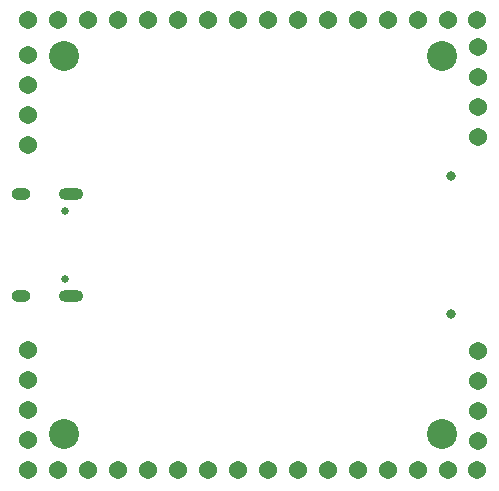
<source format=gbr>
%TF.GenerationSoftware,KiCad,Pcbnew,8.0.6-8.0.6-0~ubuntu24.04.1*%
%TF.CreationDate,2024-10-18T10:44:36-04:00*%
%TF.ProjectId,ta-expt-v2,74612d65-7870-4742-9d76-322e6b696361,rev?*%
%TF.SameCoordinates,Original*%
%TF.FileFunction,Soldermask,Bot*%
%TF.FilePolarity,Negative*%
%FSLAX46Y46*%
G04 Gerber Fmt 4.6, Leading zero omitted, Abs format (unit mm)*
G04 Created by KiCad (PCBNEW 8.0.6-8.0.6-0~ubuntu24.04.1) date 2024-10-18 10:44:36*
%MOMM*%
%LPD*%
G01*
G04 APERTURE LIST*
%ADD10C,1.540000*%
%ADD11O,1.600000X1.000000*%
%ADD12O,2.100000X1.000000*%
%ADD13C,0.650000*%
%ADD14C,2.540000*%
%ADD15C,0.800000*%
G04 APERTURE END LIST*
D10*
%TO.C,J8*%
X174000000Y-127050000D03*
X171510000Y-127050000D03*
X168970000Y-127050000D03*
X166430000Y-127050000D03*
X163890000Y-127050000D03*
X161350000Y-127050000D03*
X158810000Y-127050000D03*
X156270000Y-127050000D03*
X153730000Y-127050000D03*
X151190000Y-127050000D03*
X148650000Y-127050000D03*
X146110000Y-127050000D03*
X143570000Y-127050000D03*
X141030000Y-127050000D03*
X138490000Y-127050000D03*
X135950000Y-127050000D03*
%TD*%
%TO.C,J9*%
X174000000Y-88950000D03*
X171510000Y-88950000D03*
X168970000Y-88950000D03*
X166430000Y-88950000D03*
X163890000Y-88950000D03*
X161350000Y-88950000D03*
X158810000Y-88950000D03*
X156270000Y-88950000D03*
X153730000Y-88950000D03*
X151190000Y-88950000D03*
X148650000Y-88950000D03*
X146110000Y-88950000D03*
X143570000Y-88950000D03*
X141030000Y-88950000D03*
X138490000Y-88950000D03*
X135950000Y-88950000D03*
%TD*%
%TO.C,J1*%
X174070000Y-91190000D03*
X174070000Y-93730000D03*
X174070000Y-96270000D03*
X174070000Y-98810000D03*
%TD*%
%TO.C,J2*%
X135950000Y-91920000D03*
X135950000Y-94460000D03*
X135950000Y-97000000D03*
X135950000Y-99540000D03*
%TD*%
%TO.C,J7*%
X135950000Y-124510000D03*
X135950000Y-121970000D03*
X135950000Y-119430000D03*
X135950000Y-116890000D03*
%TD*%
D11*
%TO.C,J3*%
X135425000Y-112320000D03*
D12*
X139605000Y-112320000D03*
D11*
X135425000Y-103680000D03*
D12*
X139605000Y-103680000D03*
D13*
X139105000Y-110890000D03*
X139105000Y-105110000D03*
%TD*%
D14*
%TO.C,J6*%
X171000000Y-124000000D03*
X139000000Y-124000000D03*
X171000000Y-92000000D03*
X139000000Y-92000000D03*
%TD*%
D15*
%TO.C,J5*%
X171825000Y-113850000D03*
X171825000Y-102150000D03*
%TD*%
D10*
%TO.C,J4*%
X174070000Y-124540000D03*
X174070000Y-122000000D03*
X174070000Y-119460000D03*
X174070000Y-116920000D03*
%TD*%
M02*

</source>
